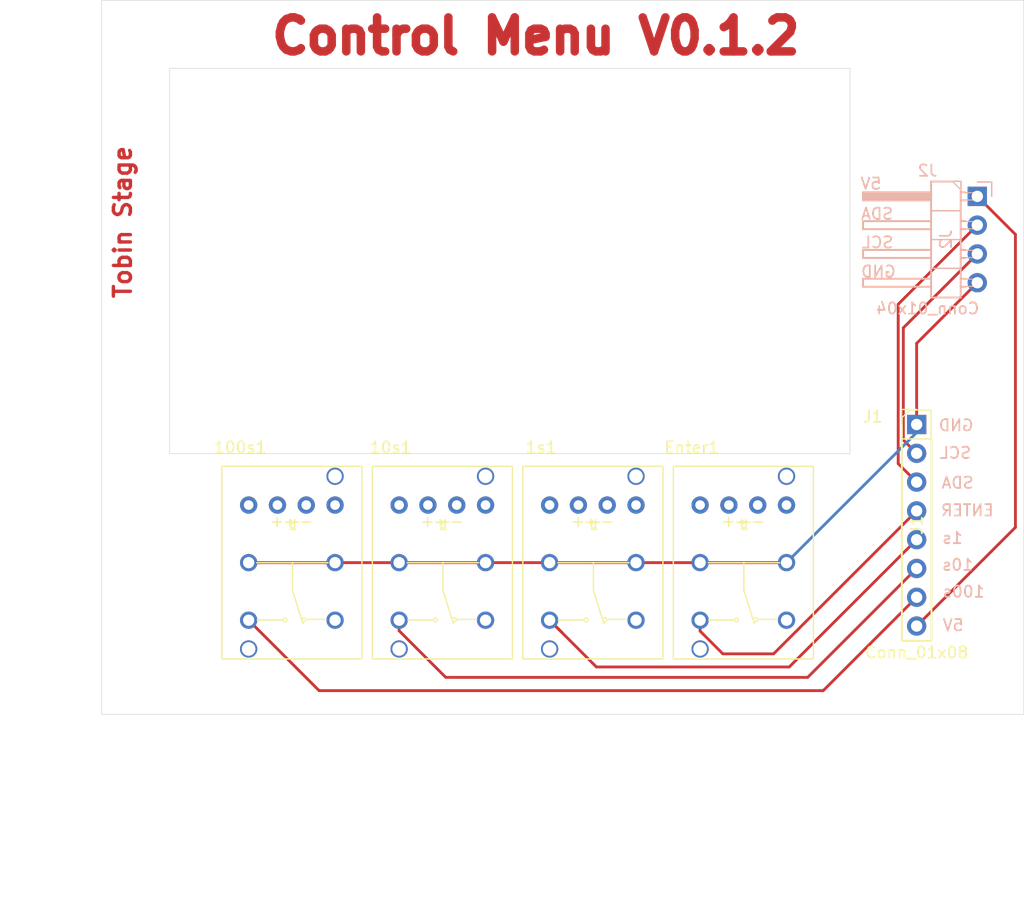
<source format=kicad_pcb>
(kicad_pcb (version 20171130) (host pcbnew "(5.1.7)-1")

  (general
    (thickness 1.6)
    (drawings 27)
    (tracks 35)
    (zones 0)
    (modules 6)
    (nets 21)
  )

  (page A4)
  (layers
    (0 F.Cu signal)
    (31 B.Cu signal)
    (32 B.Adhes user)
    (33 F.Adhes user)
    (34 B.Paste user)
    (35 F.Paste user)
    (36 B.SilkS user)
    (37 F.SilkS user)
    (38 B.Mask user)
    (39 F.Mask user)
    (40 Dwgs.User user)
    (41 Cmts.User user)
    (42 Eco1.User user)
    (43 Eco2.User user)
    (44 Edge.Cuts user)
    (45 Margin user)
    (46 B.CrtYd user)
    (47 F.CrtYd user)
  )

  (setup
    (last_trace_width 0.25)
    (trace_clearance 0.2)
    (zone_clearance 0.508)
    (zone_45_only no)
    (trace_min 0.2)
    (via_size 0.8)
    (via_drill 0.4)
    (via_min_size 0.4)
    (via_min_drill 0.3)
    (uvia_size 0.3)
    (uvia_drill 0.1)
    (uvias_allowed no)
    (uvia_min_size 0.2)
    (uvia_min_drill 0.1)
    (edge_width 0.05)
    (segment_width 0.2)
    (pcb_text_width 0.3)
    (pcb_text_size 1.5 1.5)
    (mod_edge_width 0.12)
    (mod_text_size 1 1)
    (mod_text_width 0.15)
    (pad_size 1.524 1.524)
    (pad_drill 1)
    (pad_to_mask_clearance 0)
    (aux_axis_origin 0 0)
    (visible_elements 7FFFFFFF)
    (pcbplotparams
      (layerselection 0x010fc_ffffffff)
      (usegerberextensions false)
      (usegerberattributes true)
      (usegerberadvancedattributes true)
      (creategerberjobfile true)
      (excludeedgelayer true)
      (linewidth 0.100000)
      (plotframeref false)
      (viasonmask false)
      (mode 1)
      (useauxorigin false)
      (hpglpennumber 1)
      (hpglpenspeed 20)
      (hpglpendiameter 15.000000)
      (psnegative false)
      (psa4output false)
      (plotreference true)
      (plotvalue true)
      (plotinvisibletext false)
      (padsonsilk false)
      (subtractmaskfromsilk false)
      (outputformat 1)
      (mirror false)
      (drillshape 0)
      (scaleselection 1)
      (outputdirectory "Boards/PCB/V0.1.0"))
  )

  (net 0 "")
  (net 1 /SDA)
  (net 2 /SCL)
  (net 3 /GND)
  (net 4 "Net-(100s1-Pad5)")
  (net 5 "Net-(100s1-Pad6)")
  (net 6 "Net-(100s1-Pad3)")
  (net 7 /100s)
  (net 8 "Net-(10s1-Pad5)")
  (net 9 "Net-(10s1-Pad6)")
  (net 10 "Net-(10s1-Pad3)")
  (net 11 /10s)
  (net 12 "Net-(1s1-Pad5)")
  (net 13 "Net-(1s1-Pad6)")
  (net 14 "Net-(1s1-Pad3)")
  (net 15 /1s)
  (net 16 "Net-(Enter1-Pad5)")
  (net 17 "Net-(Enter1-Pad6)")
  (net 18 "Net-(Enter1-Pad3)")
  (net 19 /Enter)
  (net 20 "Net-(J1-Pad8)")

  (net_class Default "This is the default net class."
    (clearance 0.2)
    (trace_width 0.25)
    (via_dia 0.8)
    (via_drill 0.4)
    (uvia_dia 0.3)
    (uvia_drill 0.1)
    (add_net /100s)
    (add_net /10s)
    (add_net /1s)
    (add_net /Enter)
    (add_net /GND)
    (add_net /SCL)
    (add_net /SDA)
    (add_net "Net-(100s1-Pad3)")
    (add_net "Net-(100s1-Pad5)")
    (add_net "Net-(100s1-Pad6)")
    (add_net "Net-(10s1-Pad3)")
    (add_net "Net-(10s1-Pad5)")
    (add_net "Net-(10s1-Pad6)")
    (add_net "Net-(1s1-Pad3)")
    (add_net "Net-(1s1-Pad5)")
    (add_net "Net-(1s1-Pad6)")
    (add_net "Net-(Enter1-Pad3)")
    (add_net "Net-(Enter1-Pad5)")
    (add_net "Net-(Enter1-Pad6)")
    (add_net "Net-(J1-Pad8)")
  )

  (module AA-ROB-FULL:PB86-A-FP (layer F.Cu) (tedit 5FEB217F) (tstamp 5FEB50C3)
    (at 239.515 134.995)
    (path /5FEB56A3)
    (fp_text reference Enter1 (at 1.62 -1.66) (layer F.SilkS)
      (effects (font (size 1 1) (thickness 0.15)))
    )
    (fp_text value PB-86A (at 2.72 -3.5) (layer F.Fab)
      (effects (font (size 1 1) (thickness 0.15)))
    )
    (fp_line (start 6.41 5.61) (end 6.3 5.57) (layer F.SilkS) (width 0.12))
    (fp_line (start 6.47 5.57) (end 6.51 5.46) (layer F.SilkS) (width 0.12))
    (fp_line (start 6.35 5.34) (end 6.45 5.61) (layer F.SilkS) (width 0.12))
    (fp_line (start 6.12 5.58) (end 6.01 5.54) (layer F.SilkS) (width 0.12))
    (fp_line (start 6.18 5.54) (end 6.22 5.43) (layer F.SilkS) (width 0.12))
    (fp_line (start 6.06 5.31) (end 6.16 5.58) (layer F.SilkS) (width 0.12))
    (fp_line (start 6.31 4.92) (end 5.99 5.22) (layer F.SilkS) (width 0.12))
    (fp_line (start 6.31 4.91) (end 5.99 4.7) (layer F.SilkS) (width 0.12))
    (fp_line (start 6.42 5.23) (end 6.42 4.71) (layer F.SilkS) (width 0.12))
    (fp_line (start 5.99 5.22) (end 5.99 4.7) (layer F.SilkS) (width 0.12))
    (fp_line (start 5.59 4.94) (end 6.76 4.94) (layer F.SilkS) (width 0.12))
    (fp_line (start 7.05 4.93) (end 7.86 4.93) (layer F.SilkS) (width 0.12))
    (fp_line (start 4.44 4.91) (end 5.25 4.91) (layer F.SilkS) (width 0.12))
    (fp_line (start 4.87 4.51) (end 4.87 5.32) (layer F.SilkS) (width 0.12))
    (fp_circle (center 7.24 13.54) (end 7.34 13.68) (layer F.SilkS) (width 0.12))
    (fp_circle (center 5.57 13.55) (end 5.67 13.69) (layer F.SilkS) (width 0.12))
    (fp_line (start 3.12 13.56) (end 5.4 13.56) (layer F.SilkS) (width 0.12))
    (fp_line (start 9.2 13.51) (end 7.44 13.51) (layer F.SilkS) (width 0.12))
    (fp_line (start 6.96 13.31) (end 7.15 13.88) (layer F.SilkS) (width 0.12))
    (fp_line (start 6.22 10.93) (end 6.96 13.31) (layer F.SilkS) (width 0.12))
    (fp_line (start 6.22 8.48) (end 6.22 10.93) (layer F.SilkS) (width 0.12))
    (fp_line (start 3.08 8.51) (end 9.37 8.51) (layer F.SilkS) (width 0.12))
    (fp_line (start -0.2 -0.2) (end -0.2 17.2) (layer Dwgs.User) (width 0.12))
    (fp_line (start -0.2 17.2) (end 12.55 17.2) (layer Dwgs.User) (width 0.12))
    (fp_line (start 12.55 -0.2) (end 12.55 17.2) (layer Dwgs.User) (width 0.12))
    (fp_line (start -0.2 -0.2) (end 12.55 -0.2) (layer Dwgs.User) (width 0.12))
    (fp_line (start 0 17) (end 12.35 17) (layer F.SilkS) (width 0.12))
    (fp_line (start 12.35 0) (end 12.35 17) (layer F.SilkS) (width 0.12))
    (fp_line (start 0 0) (end 0 17) (layer F.SilkS) (width 0.12))
    (fp_line (start 0 0) (end 12.35 0) (layer F.SilkS) (width 0.12))
    (pad 5 thru_hole circle (at 4.9 3.42) (size 1.524 1.524) (drill 0.85) (layers *.Cu *.Mask)
      (net 16 "Net-(Enter1-Pad5)"))
    (pad 6 thru_hole circle (at 7.44 3.42) (size 1.524 1.524) (drill 0.85) (layers *.Cu *.Mask)
      (net 17 "Net-(Enter1-Pad6)"))
    (pad 7 thru_hole circle (at 9.98 3.42) (size 1.524 1.524) (drill 0.85) (layers *.Cu *.Mask))
    (pad 4 thru_hole circle (at 2.36 3.42) (size 1.524 1.524) (drill 0.85) (layers *.Cu *.Mask))
    (pad 8 thru_hole circle (at 9.98 0.88) (size 1.524 1.524) (drill 1.2) (layers *.Cu *.Mask))
    (pad 8 thru_hole circle (at 2.36 16.12) (size 1.524 1.524) (drill 1.2) (layers *.Cu *.Mask))
    (pad 1 thru_hole circle (at 9.98 8.5) (size 1.524 1.524) (drill 1) (layers *.Cu *.Mask)
      (net 3 /GND))
    (pad 1 thru_hole circle (at 2.36 8.5) (size 1.524 1.524) (drill 1) (layers *.Cu *.Mask)
      (net 3 /GND))
    (pad 3 thru_hole circle (at 9.98 13.58) (size 1.524 1.524) (drill 1) (layers *.Cu *.Mask)
      (net 18 "Net-(Enter1-Pad3)"))
    (pad 2 thru_hole circle (at 2.36 13.58) (size 1.524 1.524) (drill 1) (layers *.Cu *.Mask)
      (net 19 /Enter))
  )

  (module AA-ROB-FULL:PB86-A-FP (layer F.Cu) (tedit 5FEB217F) (tstamp 5FEB5144)
    (at 226.245 134.995)
    (path /5FEB4A66)
    (fp_text reference 1s1 (at 1.62 -1.66) (layer F.SilkS)
      (effects (font (size 1 1) (thickness 0.15)))
    )
    (fp_text value PB-86A (at 2.72 -3.5) (layer F.Fab)
      (effects (font (size 1 1) (thickness 0.15)))
    )
    (fp_line (start 6.41 5.61) (end 6.3 5.57) (layer F.SilkS) (width 0.12))
    (fp_line (start 6.47 5.57) (end 6.51 5.46) (layer F.SilkS) (width 0.12))
    (fp_line (start 6.35 5.34) (end 6.45 5.61) (layer F.SilkS) (width 0.12))
    (fp_line (start 6.12 5.58) (end 6.01 5.54) (layer F.SilkS) (width 0.12))
    (fp_line (start 6.18 5.54) (end 6.22 5.43) (layer F.SilkS) (width 0.12))
    (fp_line (start 6.06 5.31) (end 6.16 5.58) (layer F.SilkS) (width 0.12))
    (fp_line (start 6.31 4.92) (end 5.99 5.22) (layer F.SilkS) (width 0.12))
    (fp_line (start 6.31 4.91) (end 5.99 4.7) (layer F.SilkS) (width 0.12))
    (fp_line (start 6.42 5.23) (end 6.42 4.71) (layer F.SilkS) (width 0.12))
    (fp_line (start 5.99 5.22) (end 5.99 4.7) (layer F.SilkS) (width 0.12))
    (fp_line (start 5.59 4.94) (end 6.76 4.94) (layer F.SilkS) (width 0.12))
    (fp_line (start 7.05 4.93) (end 7.86 4.93) (layer F.SilkS) (width 0.12))
    (fp_line (start 4.44 4.91) (end 5.25 4.91) (layer F.SilkS) (width 0.12))
    (fp_line (start 4.87 4.51) (end 4.87 5.32) (layer F.SilkS) (width 0.12))
    (fp_circle (center 7.24 13.54) (end 7.34 13.68) (layer F.SilkS) (width 0.12))
    (fp_circle (center 5.57 13.55) (end 5.67 13.69) (layer F.SilkS) (width 0.12))
    (fp_line (start 3.12 13.56) (end 5.4 13.56) (layer F.SilkS) (width 0.12))
    (fp_line (start 9.2 13.51) (end 7.44 13.51) (layer F.SilkS) (width 0.12))
    (fp_line (start 6.96 13.31) (end 7.15 13.88) (layer F.SilkS) (width 0.12))
    (fp_line (start 6.22 10.93) (end 6.96 13.31) (layer F.SilkS) (width 0.12))
    (fp_line (start 6.22 8.48) (end 6.22 10.93) (layer F.SilkS) (width 0.12))
    (fp_line (start 3.08 8.51) (end 9.37 8.51) (layer F.SilkS) (width 0.12))
    (fp_line (start -0.2 -0.2) (end -0.2 17.2) (layer Dwgs.User) (width 0.12))
    (fp_line (start -0.2 17.2) (end 12.55 17.2) (layer Dwgs.User) (width 0.12))
    (fp_line (start 12.55 -0.2) (end 12.55 17.2) (layer Dwgs.User) (width 0.12))
    (fp_line (start -0.2 -0.2) (end 12.55 -0.2) (layer Dwgs.User) (width 0.12))
    (fp_line (start 0 17) (end 12.35 17) (layer F.SilkS) (width 0.12))
    (fp_line (start 12.35 0) (end 12.35 17) (layer F.SilkS) (width 0.12))
    (fp_line (start 0 0) (end 0 17) (layer F.SilkS) (width 0.12))
    (fp_line (start 0 0) (end 12.35 0) (layer F.SilkS) (width 0.12))
    (pad 5 thru_hole circle (at 4.9 3.42) (size 1.524 1.524) (drill 0.85) (layers *.Cu *.Mask)
      (net 12 "Net-(1s1-Pad5)"))
    (pad 6 thru_hole circle (at 7.44 3.42) (size 1.524 1.524) (drill 0.85) (layers *.Cu *.Mask)
      (net 13 "Net-(1s1-Pad6)"))
    (pad 7 thru_hole circle (at 9.98 3.42) (size 1.524 1.524) (drill 0.85) (layers *.Cu *.Mask))
    (pad 4 thru_hole circle (at 2.36 3.42) (size 1.524 1.524) (drill 0.85) (layers *.Cu *.Mask))
    (pad 8 thru_hole circle (at 9.98 0.88) (size 1.524 1.524) (drill 1.2) (layers *.Cu *.Mask))
    (pad 8 thru_hole circle (at 2.36 16.12) (size 1.524 1.524) (drill 1.2) (layers *.Cu *.Mask))
    (pad 1 thru_hole circle (at 9.98 8.5) (size 1.524 1.524) (drill 1) (layers *.Cu *.Mask)
      (net 3 /GND))
    (pad 1 thru_hole circle (at 2.36 8.5) (size 1.524 1.524) (drill 1) (layers *.Cu *.Mask)
      (net 3 /GND))
    (pad 3 thru_hole circle (at 9.98 13.58) (size 1.524 1.524) (drill 1) (layers *.Cu *.Mask)
      (net 14 "Net-(1s1-Pad3)"))
    (pad 2 thru_hole circle (at 2.36 13.58) (size 1.524 1.524) (drill 1) (layers *.Cu *.Mask)
      (net 15 /1s))
  )

  (module AA-ROB-FULL:PB86-A-FP (layer F.Cu) (tedit 5FEB217F) (tstamp 5FEB5042)
    (at 212.975 134.995)
    (path /5FEB3BFC)
    (fp_text reference 10s1 (at 1.62 -1.66) (layer F.SilkS)
      (effects (font (size 1 1) (thickness 0.15)))
    )
    (fp_text value PB-86A (at 2.72 -3.5) (layer F.Fab)
      (effects (font (size 1 1) (thickness 0.15)))
    )
    (fp_line (start 6.41 5.61) (end 6.3 5.57) (layer F.SilkS) (width 0.12))
    (fp_line (start 6.47 5.57) (end 6.51 5.46) (layer F.SilkS) (width 0.12))
    (fp_line (start 6.35 5.34) (end 6.45 5.61) (layer F.SilkS) (width 0.12))
    (fp_line (start 6.12 5.58) (end 6.01 5.54) (layer F.SilkS) (width 0.12))
    (fp_line (start 6.18 5.54) (end 6.22 5.43) (layer F.SilkS) (width 0.12))
    (fp_line (start 6.06 5.31) (end 6.16 5.58) (layer F.SilkS) (width 0.12))
    (fp_line (start 6.31 4.92) (end 5.99 5.22) (layer F.SilkS) (width 0.12))
    (fp_line (start 6.31 4.91) (end 5.99 4.7) (layer F.SilkS) (width 0.12))
    (fp_line (start 6.42 5.23) (end 6.42 4.71) (layer F.SilkS) (width 0.12))
    (fp_line (start 5.99 5.22) (end 5.99 4.7) (layer F.SilkS) (width 0.12))
    (fp_line (start 5.59 4.94) (end 6.76 4.94) (layer F.SilkS) (width 0.12))
    (fp_line (start 7.05 4.93) (end 7.86 4.93) (layer F.SilkS) (width 0.12))
    (fp_line (start 4.44 4.91) (end 5.25 4.91) (layer F.SilkS) (width 0.12))
    (fp_line (start 4.87 4.51) (end 4.87 5.32) (layer F.SilkS) (width 0.12))
    (fp_circle (center 7.24 13.54) (end 7.34 13.68) (layer F.SilkS) (width 0.12))
    (fp_circle (center 5.57 13.55) (end 5.67 13.69) (layer F.SilkS) (width 0.12))
    (fp_line (start 3.12 13.56) (end 5.4 13.56) (layer F.SilkS) (width 0.12))
    (fp_line (start 9.2 13.51) (end 7.44 13.51) (layer F.SilkS) (width 0.12))
    (fp_line (start 6.96 13.31) (end 7.15 13.88) (layer F.SilkS) (width 0.12))
    (fp_line (start 6.22 10.93) (end 6.96 13.31) (layer F.SilkS) (width 0.12))
    (fp_line (start 6.22 8.48) (end 6.22 10.93) (layer F.SilkS) (width 0.12))
    (fp_line (start 3.08 8.51) (end 9.37 8.51) (layer F.SilkS) (width 0.12))
    (fp_line (start -0.2 -0.2) (end -0.2 17.2) (layer Dwgs.User) (width 0.12))
    (fp_line (start -0.2 17.2) (end 12.55 17.2) (layer Dwgs.User) (width 0.12))
    (fp_line (start 12.55 -0.2) (end 12.55 17.2) (layer Dwgs.User) (width 0.12))
    (fp_line (start -0.2 -0.2) (end 12.55 -0.2) (layer Dwgs.User) (width 0.12))
    (fp_line (start 0 17) (end 12.35 17) (layer F.SilkS) (width 0.12))
    (fp_line (start 12.35 0) (end 12.35 17) (layer F.SilkS) (width 0.12))
    (fp_line (start 0 0) (end 0 17) (layer F.SilkS) (width 0.12))
    (fp_line (start 0 0) (end 12.35 0) (layer F.SilkS) (width 0.12))
    (pad 5 thru_hole circle (at 4.9 3.42) (size 1.524 1.524) (drill 0.85) (layers *.Cu *.Mask)
      (net 8 "Net-(10s1-Pad5)"))
    (pad 6 thru_hole circle (at 7.44 3.42) (size 1.524 1.524) (drill 0.85) (layers *.Cu *.Mask)
      (net 9 "Net-(10s1-Pad6)"))
    (pad 7 thru_hole circle (at 9.98 3.42) (size 1.524 1.524) (drill 0.85) (layers *.Cu *.Mask))
    (pad 4 thru_hole circle (at 2.36 3.42) (size 1.524 1.524) (drill 0.85) (layers *.Cu *.Mask))
    (pad 8 thru_hole circle (at 9.98 0.88) (size 1.524 1.524) (drill 1.2) (layers *.Cu *.Mask))
    (pad 8 thru_hole circle (at 2.36 16.12) (size 1.524 1.524) (drill 1.2) (layers *.Cu *.Mask))
    (pad 1 thru_hole circle (at 9.98 8.5) (size 1.524 1.524) (drill 1) (layers *.Cu *.Mask)
      (net 3 /GND))
    (pad 1 thru_hole circle (at 2.36 8.5) (size 1.524 1.524) (drill 1) (layers *.Cu *.Mask)
      (net 3 /GND))
    (pad 3 thru_hole circle (at 9.98 13.58) (size 1.524 1.524) (drill 1) (layers *.Cu *.Mask)
      (net 10 "Net-(10s1-Pad3)"))
    (pad 2 thru_hole circle (at 2.36 13.58) (size 1.524 1.524) (drill 1) (layers *.Cu *.Mask)
      (net 11 /10s))
  )

  (module AA-ROB-FULL:PB86-A-FP (layer F.Cu) (tedit 5FEB217F) (tstamp 5FEB51C5)
    (at 199.705 134.995)
    (path /5FEB2BAB)
    (fp_text reference 100s1 (at 1.62 -1.66) (layer F.SilkS)
      (effects (font (size 1 1) (thickness 0.15)))
    )
    (fp_text value PB-86A (at 2.72 -3.5) (layer F.Fab)
      (effects (font (size 1 1) (thickness 0.15)))
    )
    (fp_line (start 6.41 5.61) (end 6.3 5.57) (layer F.SilkS) (width 0.12))
    (fp_line (start 6.47 5.57) (end 6.51 5.46) (layer F.SilkS) (width 0.12))
    (fp_line (start 6.35 5.34) (end 6.45 5.61) (layer F.SilkS) (width 0.12))
    (fp_line (start 6.12 5.58) (end 6.01 5.54) (layer F.SilkS) (width 0.12))
    (fp_line (start 6.18 5.54) (end 6.22 5.43) (layer F.SilkS) (width 0.12))
    (fp_line (start 6.06 5.31) (end 6.16 5.58) (layer F.SilkS) (width 0.12))
    (fp_line (start 6.31 4.92) (end 5.99 5.22) (layer F.SilkS) (width 0.12))
    (fp_line (start 6.31 4.91) (end 5.99 4.7) (layer F.SilkS) (width 0.12))
    (fp_line (start 6.42 5.23) (end 6.42 4.71) (layer F.SilkS) (width 0.12))
    (fp_line (start 5.99 5.22) (end 5.99 4.7) (layer F.SilkS) (width 0.12))
    (fp_line (start 5.59 4.94) (end 6.76 4.94) (layer F.SilkS) (width 0.12))
    (fp_line (start 7.05 4.93) (end 7.86 4.93) (layer F.SilkS) (width 0.12))
    (fp_line (start 4.44 4.91) (end 5.25 4.91) (layer F.SilkS) (width 0.12))
    (fp_line (start 4.87 4.51) (end 4.87 5.32) (layer F.SilkS) (width 0.12))
    (fp_circle (center 7.24 13.54) (end 7.34 13.68) (layer F.SilkS) (width 0.12))
    (fp_circle (center 5.57 13.55) (end 5.67 13.69) (layer F.SilkS) (width 0.12))
    (fp_line (start 3.12 13.56) (end 5.4 13.56) (layer F.SilkS) (width 0.12))
    (fp_line (start 9.2 13.51) (end 7.44 13.51) (layer F.SilkS) (width 0.12))
    (fp_line (start 6.96 13.31) (end 7.15 13.88) (layer F.SilkS) (width 0.12))
    (fp_line (start 6.22 10.93) (end 6.96 13.31) (layer F.SilkS) (width 0.12))
    (fp_line (start 6.22 8.48) (end 6.22 10.93) (layer F.SilkS) (width 0.12))
    (fp_line (start 3.08 8.51) (end 9.37 8.51) (layer F.SilkS) (width 0.12))
    (fp_line (start -0.2 -0.2) (end -0.2 17.2) (layer Dwgs.User) (width 0.12))
    (fp_line (start -0.2 17.2) (end 12.55 17.2) (layer Dwgs.User) (width 0.12))
    (fp_line (start 12.55 -0.2) (end 12.55 17.2) (layer Dwgs.User) (width 0.12))
    (fp_line (start -0.2 -0.2) (end 12.55 -0.2) (layer Dwgs.User) (width 0.12))
    (fp_line (start 0 17) (end 12.35 17) (layer F.SilkS) (width 0.12))
    (fp_line (start 12.35 0) (end 12.35 17) (layer F.SilkS) (width 0.12))
    (fp_line (start 0 0) (end 0 17) (layer F.SilkS) (width 0.12))
    (fp_line (start 0 0) (end 12.35 0) (layer F.SilkS) (width 0.12))
    (pad 5 thru_hole circle (at 4.9 3.42) (size 1.524 1.524) (drill 0.85) (layers *.Cu *.Mask)
      (net 4 "Net-(100s1-Pad5)"))
    (pad 6 thru_hole circle (at 7.44 3.42) (size 1.524 1.524) (drill 0.85) (layers *.Cu *.Mask)
      (net 5 "Net-(100s1-Pad6)"))
    (pad 7 thru_hole circle (at 9.98 3.42) (size 1.524 1.524) (drill 0.85) (layers *.Cu *.Mask))
    (pad 4 thru_hole circle (at 2.36 3.42) (size 1.524 1.524) (drill 0.85) (layers *.Cu *.Mask))
    (pad 8 thru_hole circle (at 9.98 0.88) (size 1.524 1.524) (drill 1.2) (layers *.Cu *.Mask))
    (pad 8 thru_hole circle (at 2.36 16.12) (size 1.524 1.524) (drill 1.2) (layers *.Cu *.Mask))
    (pad 1 thru_hole circle (at 9.98 8.5) (size 1.524 1.524) (drill 1) (layers *.Cu *.Mask)
      (net 3 /GND))
    (pad 1 thru_hole circle (at 2.36 8.5) (size 1.524 1.524) (drill 1) (layers *.Cu *.Mask)
      (net 3 /GND))
    (pad 3 thru_hole circle (at 9.98 13.58) (size 1.524 1.524) (drill 1) (layers *.Cu *.Mask)
      (net 6 "Net-(100s1-Pad3)"))
    (pad 2 thru_hole circle (at 2.36 13.58) (size 1.524 1.524) (drill 1) (layers *.Cu *.Mask)
      (net 7 /100s))
  )

  (module Connector_PinHeader_2.54mm:PinHeader_1x04_P2.54mm_Horizontal (layer B.Cu) (tedit 59FED5CB) (tstamp 5FEB359A)
    (at 266.32 111.18 180)
    (descr "Through hole angled pin header, 1x04, 2.54mm pitch, 6mm pin length, single row")
    (tags "Through hole angled pin header THT 1x04 2.54mm single row")
    (path /5FEC2557)
    (fp_text reference J2 (at 4.385 2.27) (layer B.SilkS)
      (effects (font (size 1 1) (thickness 0.15)) (justify mirror))
    )
    (fp_text value Conn_01x04 (at 4.385 -9.89) (layer B.SilkS)
      (effects (font (size 1 1) (thickness 0.15)) (justify mirror))
    )
    (fp_line (start 10.55 1.8) (end -1.8 1.8) (layer B.CrtYd) (width 0.05))
    (fp_line (start 10.55 -9.4) (end 10.55 1.8) (layer B.CrtYd) (width 0.05))
    (fp_line (start -1.8 -9.4) (end 10.55 -9.4) (layer B.CrtYd) (width 0.05))
    (fp_line (start -1.8 1.8) (end -1.8 -9.4) (layer B.CrtYd) (width 0.05))
    (fp_line (start -1.27 1.27) (end 0 1.27) (layer B.SilkS) (width 0.12))
    (fp_line (start -1.27 0) (end -1.27 1.27) (layer B.SilkS) (width 0.12))
    (fp_line (start 1.042929 -8) (end 1.44 -8) (layer B.SilkS) (width 0.12))
    (fp_line (start 1.042929 -7.24) (end 1.44 -7.24) (layer B.SilkS) (width 0.12))
    (fp_line (start 10.1 -8) (end 4.1 -8) (layer B.SilkS) (width 0.12))
    (fp_line (start 10.1 -7.24) (end 10.1 -8) (layer B.SilkS) (width 0.12))
    (fp_line (start 4.1 -7.24) (end 10.1 -7.24) (layer B.SilkS) (width 0.12))
    (fp_line (start 1.44 -6.35) (end 4.1 -6.35) (layer B.SilkS) (width 0.12))
    (fp_line (start 1.042929 -5.46) (end 1.44 -5.46) (layer B.SilkS) (width 0.12))
    (fp_line (start 1.042929 -4.7) (end 1.44 -4.7) (layer B.SilkS) (width 0.12))
    (fp_line (start 10.1 -5.46) (end 4.1 -5.46) (layer B.SilkS) (width 0.12))
    (fp_line (start 10.1 -4.7) (end 10.1 -5.46) (layer B.SilkS) (width 0.12))
    (fp_line (start 4.1 -4.7) (end 10.1 -4.7) (layer B.SilkS) (width 0.12))
    (fp_line (start 1.44 -3.81) (end 4.1 -3.81) (layer B.SilkS) (width 0.12))
    (fp_line (start 1.042929 -2.92) (end 1.44 -2.92) (layer B.SilkS) (width 0.12))
    (fp_line (start 1.042929 -2.16) (end 1.44 -2.16) (layer B.SilkS) (width 0.12))
    (fp_line (start 10.1 -2.92) (end 4.1 -2.92) (layer B.SilkS) (width 0.12))
    (fp_line (start 10.1 -2.16) (end 10.1 -2.92) (layer B.SilkS) (width 0.12))
    (fp_line (start 4.1 -2.16) (end 10.1 -2.16) (layer B.SilkS) (width 0.12))
    (fp_line (start 1.44 -1.27) (end 4.1 -1.27) (layer B.SilkS) (width 0.12))
    (fp_line (start 1.11 -0.38) (end 1.44 -0.38) (layer B.SilkS) (width 0.12))
    (fp_line (start 1.11 0.38) (end 1.44 0.38) (layer B.SilkS) (width 0.12))
    (fp_line (start 4.1 -0.28) (end 10.1 -0.28) (layer B.SilkS) (width 0.12))
    (fp_line (start 4.1 -0.16) (end 10.1 -0.16) (layer B.SilkS) (width 0.12))
    (fp_line (start 4.1 -0.04) (end 10.1 -0.04) (layer B.SilkS) (width 0.12))
    (fp_line (start 4.1 0.08) (end 10.1 0.08) (layer B.SilkS) (width 0.12))
    (fp_line (start 4.1 0.2) (end 10.1 0.2) (layer B.SilkS) (width 0.12))
    (fp_line (start 4.1 0.32) (end 10.1 0.32) (layer B.SilkS) (width 0.12))
    (fp_line (start 10.1 -0.38) (end 4.1 -0.38) (layer B.SilkS) (width 0.12))
    (fp_line (start 10.1 0.38) (end 10.1 -0.38) (layer B.SilkS) (width 0.12))
    (fp_line (start 4.1 0.38) (end 10.1 0.38) (layer B.SilkS) (width 0.12))
    (fp_line (start 4.1 1.33) (end 1.44 1.33) (layer B.SilkS) (width 0.12))
    (fp_line (start 4.1 -8.95) (end 4.1 1.33) (layer B.SilkS) (width 0.12))
    (fp_line (start 1.44 -8.95) (end 4.1 -8.95) (layer B.SilkS) (width 0.12))
    (fp_line (start 1.44 1.33) (end 1.44 -8.95) (layer B.SilkS) (width 0.12))
    (fp_line (start 4.04 -7.94) (end 10.04 -7.94) (layer B.SilkS) (width 0.1))
    (fp_line (start 10.04 -7.3) (end 10.04 -7.94) (layer B.SilkS) (width 0.1))
    (fp_line (start 4.04 -7.3) (end 10.04 -7.3) (layer B.SilkS) (width 0.1))
    (fp_line (start -0.32 -7.94) (end 1.5 -7.94) (layer B.SilkS) (width 0.1))
    (fp_line (start -0.32 -7.3) (end -0.32 -7.94) (layer B.SilkS) (width 0.1))
    (fp_line (start -0.32 -7.3) (end 1.5 -7.3) (layer B.SilkS) (width 0.1))
    (fp_line (start 4.04 -5.4) (end 10.04 -5.4) (layer B.SilkS) (width 0.1))
    (fp_line (start 10.04 -4.76) (end 10.04 -5.4) (layer B.SilkS) (width 0.1))
    (fp_line (start 4.04 -4.76) (end 10.04 -4.76) (layer B.SilkS) (width 0.1))
    (fp_line (start -0.32 -5.4) (end 1.5 -5.4) (layer B.SilkS) (width 0.1))
    (fp_line (start -0.32 -4.76) (end -0.32 -5.4) (layer B.SilkS) (width 0.1))
    (fp_line (start -0.32 -4.76) (end 1.5 -4.76) (layer B.SilkS) (width 0.1))
    (fp_line (start 4.04 -2.86) (end 10.04 -2.86) (layer B.SilkS) (width 0.1))
    (fp_line (start 10.04 -2.22) (end 10.04 -2.86) (layer B.SilkS) (width 0.1))
    (fp_line (start 4.04 -2.22) (end 10.04 -2.22) (layer B.SilkS) (width 0.1))
    (fp_line (start -0.32 -2.86) (end 1.5 -2.86) (layer B.SilkS) (width 0.1))
    (fp_line (start -0.32 -2.22) (end -0.32 -2.86) (layer B.SilkS) (width 0.1))
    (fp_line (start -0.32 -2.22) (end 1.5 -2.22) (layer B.SilkS) (width 0.1))
    (fp_line (start 4.04 -0.32) (end 10.04 -0.32) (layer B.SilkS) (width 0.1))
    (fp_line (start 10.04 0.32) (end 10.04 -0.32) (layer B.SilkS) (width 0.1))
    (fp_line (start 4.04 0.32) (end 10.04 0.32) (layer B.SilkS) (width 0.1))
    (fp_line (start -0.32 -0.32) (end 1.5 -0.32) (layer B.SilkS) (width 0.1))
    (fp_line (start -0.32 0.32) (end -0.32 -0.32) (layer B.SilkS) (width 0.1))
    (fp_line (start -0.32 0.32) (end 1.5 0.32) (layer B.SilkS) (width 0.1))
    (fp_line (start 1.5 0.635) (end 2.135 1.27) (layer B.SilkS) (width 0.1))
    (fp_line (start 1.5 -8.89) (end 1.5 0.635) (layer B.SilkS) (width 0.1))
    (fp_line (start 4.04 -8.89) (end 1.5 -8.89) (layer B.SilkS) (width 0.1))
    (fp_line (start 4.04 1.27) (end 4.04 -8.89) (layer B.SilkS) (width 0.1))
    (fp_line (start 2.135 1.27) (end 4.04 1.27) (layer B.SilkS) (width 0.1))
    (fp_text user %R (at 2.77 -3.81 270) (layer B.SilkS)
      (effects (font (size 1 1) (thickness 0.15)) (justify mirror))
    )
    (pad 4 thru_hole oval (at 0 -7.62 180) (size 1.7 1.7) (drill 1) (layers *.Cu *.Mask)
      (net 3 /GND))
    (pad 3 thru_hole oval (at 0 -5.08 180) (size 1.7 1.7) (drill 1) (layers *.Cu *.Mask)
      (net 2 /SCL))
    (pad 2 thru_hole oval (at 0 -2.54 180) (size 1.7 1.7) (drill 1) (layers *.Cu *.Mask)
      (net 1 /SDA))
    (pad 1 thru_hole rect (at 0 0 180) (size 1.7 1.7) (drill 1) (layers *.Cu *.Mask)
      (net 20 "Net-(J1-Pad8)"))
    (model ${KISYS3DMOD}/Connector_PinHeader_2.54mm.3dshapes/PinHeader_1x04_P2.54mm_Horizontal.wrl
      (at (xyz 0 0 0))
      (scale (xyz 1 1 1))
      (rotate (xyz 0 0 0))
    )
  )

  (module Connector_PinHeader_2.54mm:PinHeader_1x08_P2.54mm_Vertical (layer F.Cu) (tedit 59FED5CC) (tstamp 5FEB3540)
    (at 260.97 131.31)
    (descr "Through hole straight pin header, 1x08, 2.54mm pitch, single row")
    (tags "Through hole pin header THT 1x08 2.54mm single row")
    (path /5FEB6A94)
    (fp_text reference J1 (at -3.86 -0.69) (layer F.SilkS)
      (effects (font (size 1 1) (thickness 0.15)))
    )
    (fp_text value Conn_01x08 (at 0 20.11) (layer F.SilkS)
      (effects (font (size 1 1) (thickness 0.15)))
    )
    (fp_line (start 1.8 -1.8) (end -1.8 -1.8) (layer F.CrtYd) (width 0.05))
    (fp_line (start 1.8 19.55) (end 1.8 -1.8) (layer F.CrtYd) (width 0.05))
    (fp_line (start -1.8 19.55) (end 1.8 19.55) (layer F.CrtYd) (width 0.05))
    (fp_line (start -1.8 -1.8) (end -1.8 19.55) (layer F.CrtYd) (width 0.05))
    (fp_line (start -1.33 -1.33) (end 0 -1.33) (layer F.SilkS) (width 0.12))
    (fp_line (start -1.33 0) (end -1.33 -1.33) (layer F.SilkS) (width 0.12))
    (fp_line (start -1.33 1.27) (end 1.33 1.27) (layer F.SilkS) (width 0.12))
    (fp_line (start 1.33 1.27) (end 1.33 19.11) (layer F.SilkS) (width 0.12))
    (fp_line (start -1.33 1.27) (end -1.33 19.11) (layer F.SilkS) (width 0.12))
    (fp_line (start -1.33 19.11) (end 1.33 19.11) (layer F.SilkS) (width 0.12))
    (fp_line (start -1.27 -0.635) (end -0.635 -1.27) (layer F.SilkS) (width 0.1))
    (fp_line (start -1.27 19.05) (end -1.27 -0.635) (layer F.SilkS) (width 0.1))
    (fp_line (start 1.27 19.05) (end -1.27 19.05) (layer F.SilkS) (width 0.1))
    (fp_line (start 1.27 -1.27) (end 1.27 19.05) (layer F.SilkS) (width 0.1))
    (fp_line (start -0.635 -1.27) (end 1.27 -1.27) (layer F.SilkS) (width 0.1))
    (fp_text user %R (at 0 8.89 90) (layer F.SilkS)
      (effects (font (size 1 1) (thickness 0.15)))
    )
    (pad 8 thru_hole oval (at 0 17.78) (size 1.7 1.7) (drill 1) (layers *.Cu *.Mask)
      (net 20 "Net-(J1-Pad8)"))
    (pad 7 thru_hole oval (at 0 15.24) (size 1.7 1.7) (drill 1) (layers *.Cu *.Mask)
      (net 7 /100s))
    (pad 6 thru_hole oval (at 0 12.7) (size 1.7 1.7) (drill 1) (layers *.Cu *.Mask)
      (net 11 /10s))
    (pad 5 thru_hole oval (at 0 10.16) (size 1.7 1.7) (drill 1) (layers *.Cu *.Mask)
      (net 15 /1s))
    (pad 4 thru_hole oval (at 0 7.62) (size 1.7 1.7) (drill 1) (layers *.Cu *.Mask)
      (net 19 /Enter))
    (pad 3 thru_hole oval (at 0 5.08) (size 1.7 1.7) (drill 1) (layers *.Cu *.Mask)
      (net 1 /SDA))
    (pad 2 thru_hole oval (at 0 2.54) (size 1.7 1.7) (drill 1) (layers *.Cu *.Mask)
      (net 2 /SCL))
    (pad 1 thru_hole rect (at 0 0) (size 1.7 1.7) (drill 1) (layers *.Cu *.Mask)
      (net 3 /GND))
    (model ${KISYS3DMOD}/Connector_PinHeader_2.54mm.3dshapes/PinHeader_1x08_P2.54mm_Vertical.wrl
      (at (xyz 0 0 0))
      (scale (xyz 1 1 1))
      (rotate (xyz 0 0 0))
    )
  )

  (gr_text "Tobin Stage" (at 190.96 113.45 90) (layer F.Cu)
    (effects (font (size 1.5 1.5) (thickness 0.3)))
  )
  (gr_text "Control Menu V0.1.2" (at 227.39 97.04) (layer F.Cu)
    (effects (font (size 3 3) (thickness 0.75)))
  )
  (gr_text "Control Menu PCB V0.1.2" (at 208.85 172.92) (layer Dwgs.User)
    (effects (font (size 3 3) (thickness 0.15)))
  )
  (gr_line (start 189.09 156.88) (end 189.09 93.88) (layer Edge.Cuts) (width 0.05) (tstamp 5FEB5426))
  (gr_line (start 270.42 156.88) (end 270.42 93.88) (layer Edge.Cuts) (width 0.05) (tstamp 5FEB5420))
  (gr_line (start 189.09 156.88) (end 270.42 156.88) (layer Edge.Cuts) (width 0.05) (tstamp 5FEB53F4))
  (gr_line (start 189.09 93.88) (end 270.42 93.88) (layer Edge.Cuts) (width 0.05) (tstamp 5FEB53E7))
  (gr_line (start 202.09 102.88) (end 248.09 102.88) (layer Dwgs.User) (width 0.05) (tstamp 5FEB53B8))
  (gr_line (start 202.09 130.88) (end 248.09 130.88) (layer Dwgs.User) (width 0.05) (tstamp 5FEB53AB))
  (gr_line (start 202.09 102.88) (end 202.09 130.88) (layer Dwgs.User) (width 0.05) (tstamp 5FEB53A6))
  (gr_line (start 248.09 102.88) (end 248.09 130.88) (layer Dwgs.User) (width 0.05) (tstamp 5FEB53A0))
  (gr_line (start 195.09 99.88) (end 195.09 133.88) (layer Edge.Cuts) (width 0.05))
  (gr_line (start 255.09 99.88) (end 255.09 133.88) (layer Edge.Cuts) (width 0.05) (tstamp 5FEB4C7B))
  (gr_line (start 195.09 99.88) (end 255.09 99.88) (layer Edge.Cuts) (width 0.05) (tstamp 5FEB4C75))
  (gr_line (start 195.09 133.88) (end 255.09 133.88) (layer Edge.Cuts) (width 0.05) (tstamp 5FEB4C78))
  (gr_text 5V (at 264.19 149.02) (layer B.SilkS) (tstamp 5FEB49A7)
    (effects (font (size 1 1) (thickness 0.15)) (justify mirror))
  )
  (gr_text 100s (at 265.11 146.06) (layer B.SilkS) (tstamp 5FEB4C50)
    (effects (font (size 1 1) (thickness 0.15)) (justify mirror))
  )
  (gr_text 10s (at 264.58 143.69) (layer B.SilkS) (tstamp 5FEB4C56)
    (effects (font (size 1 1) (thickness 0.15)) (justify mirror))
  )
  (gr_text 1s (at 264.12 141.32) (layer B.SilkS) (tstamp 5FEB4C5C)
    (effects (font (size 1 1) (thickness 0.15)) (justify mirror))
  )
  (gr_text ENTER (at 265.44 138.88) (layer B.SilkS) (tstamp 5FEB4C62)
    (effects (font (size 1 1) (thickness 0.15)) (justify mirror))
  )
  (gr_text SDA (at 264.58 136.45) (layer B.SilkS) (tstamp 5FEB4C53)
    (effects (font (size 1 1) (thickness 0.15)) (justify mirror))
  )
  (gr_text SCL (at 264.39 133.81) (layer B.SilkS) (tstamp 5FEB4C5F)
    (effects (font (size 1 1) (thickness 0.15)) (justify mirror))
  )
  (gr_text GND (at 264.45 131.38) (layer B.SilkS) (tstamp 5FEB4C59)
    (effects (font (size 1 1) (thickness 0.15)) (justify mirror))
  )
  (gr_text 5V (at 256.94 110.06) (layer B.SilkS) (tstamp 5FEB40CC)
    (effects (font (size 1 1) (thickness 0.15)) (justify mirror))
  )
  (gr_text SDA (at 257.48 112.72) (layer B.SilkS) (tstamp 5FEB40C9)
    (effects (font (size 1 1) (thickness 0.15)) (justify mirror))
  )
  (gr_text SCL (at 257.52 115.24) (layer B.SilkS) (tstamp 5FEB40C6)
    (effects (font (size 1 1) (thickness 0.15)) (justify mirror))
  )
  (gr_text GND (at 257.6 117.82) (layer B.SilkS)
    (effects (font (size 1 1) (thickness 0.15)) (justify mirror))
  )

  (segment (start 259.34499 120.69501) (end 266.32 113.72) (width 0.25) (layer F.Cu) (net 1))
  (segment (start 259.34499 134.76499) (end 259.34499 120.69501) (width 0.25) (layer F.Cu) (net 1))
  (segment (start 260.97 136.39) (end 259.34499 134.76499) (width 0.25) (layer F.Cu) (net 1))
  (segment (start 259.794999 122.785001) (end 266.32 116.26) (width 0.25) (layer F.Cu) (net 2))
  (segment (start 259.794999 132.674999) (end 259.794999 122.785001) (width 0.25) (layer F.Cu) (net 2))
  (segment (start 260.97 133.85) (end 259.794999 132.674999) (width 0.25) (layer F.Cu) (net 2))
  (segment (start 260.97 124.15) (end 266.32 118.8) (width 0.25) (layer F.Cu) (net 3))
  (segment (start 260.97 131.31) (end 260.97 124.15) (width 0.25) (layer F.Cu) (net 3))
  (segment (start 209.685 143.495) (end 215.335 143.495) (width 0.25) (layer F.Cu) (net 3))
  (segment (start 215.335 143.495) (end 222.955 143.495) (width 0.25) (layer F.Cu) (net 3))
  (segment (start 202.065 143.495) (end 209.685 143.495) (width 0.25) (layer F.Cu) (net 3))
  (segment (start 222.955 143.495) (end 228.605 143.495) (width 0.25) (layer F.Cu) (net 3))
  (segment (start 228.605 143.495) (end 236.225 143.495) (width 0.25) (layer F.Cu) (net 3))
  (segment (start 236.225 143.495) (end 241.875 143.495) (width 0.25) (layer F.Cu) (net 3))
  (segment (start 249.495 143.495) (end 241.875 143.495) (width 0.25) (layer F.Cu) (net 3))
  (segment (start 260.97 132.02) (end 249.495 143.495) (width 0.25) (layer B.Cu) (net 3))
  (segment (start 260.97 131.31) (end 260.97 132.02) (width 0.25) (layer B.Cu) (net 3))
  (segment (start 260.97 146.55) (end 252.73 154.79) (width 0.25) (layer F.Cu) (net 7))
  (segment (start 208.28 154.79) (end 202.065 148.575) (width 0.25) (layer F.Cu) (net 7))
  (segment (start 252.73 154.79) (end 208.28 154.79) (width 0.25) (layer F.Cu) (net 7))
  (segment (start 260.97 144.01) (end 251.36 153.62) (width 0.25) (layer F.Cu) (net 11))
  (segment (start 215.335 149.506238) (end 215.335 148.575) (width 0.25) (layer F.Cu) (net 11))
  (segment (start 219.448762 153.62) (end 215.335 149.506238) (width 0.25) (layer F.Cu) (net 11))
  (segment (start 251.36 153.62) (end 219.448762 153.62) (width 0.25) (layer F.Cu) (net 11))
  (segment (start 229.692001 149.662001) (end 228.605 148.575) (width 0.25) (layer F.Cu) (net 15))
  (segment (start 260.97 141.47) (end 249.74 152.7) (width 0.25) (layer F.Cu) (net 15))
  (segment (start 232.73 152.7) (end 228.605 148.575) (width 0.25) (layer F.Cu) (net 15))
  (segment (start 249.74 152.7) (end 232.73 152.7) (width 0.25) (layer F.Cu) (net 15))
  (segment (start 260.97 138.93) (end 248.36 151.54) (width 0.25) (layer F.Cu) (net 19))
  (segment (start 248.36 151.54) (end 243.88 151.54) (width 0.25) (layer F.Cu) (net 19))
  (segment (start 241.875 149.535) (end 241.875 148.575) (width 0.25) (layer F.Cu) (net 19))
  (segment (start 243.88 151.54) (end 241.875 149.535) (width 0.25) (layer F.Cu) (net 19))
  (segment (start 260.97 149.09) (end 269.68 140.38) (width 0.25) (layer F.Cu) (net 20))
  (segment (start 269.68 114.54) (end 266.32 111.18) (width 0.25) (layer F.Cu) (net 20))
  (segment (start 269.68 140.38) (end 269.68 114.54) (width 0.25) (layer F.Cu) (net 20))

)

</source>
